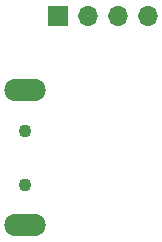
<source format=gbs>
G04 #@! TF.GenerationSoftware,KiCad,Pcbnew,5.1.10*
G04 #@! TF.CreationDate,2021-09-07T22:45:51+08:00*
G04 #@! TF.ProjectId,nypx06,6e797078-3036-42e6-9b69-6361645f7063,rev?*
G04 #@! TF.SameCoordinates,Original*
G04 #@! TF.FileFunction,Soldermask,Bot*
G04 #@! TF.FilePolarity,Negative*
%FSLAX46Y46*%
G04 Gerber Fmt 4.6, Leading zero omitted, Abs format (unit mm)*
G04 Created by KiCad (PCBNEW 5.1.10) date 2021-09-07 22:45:51*
%MOMM*%
%LPD*%
G01*
G04 APERTURE LIST*
%ADD10C,1.100000*%
%ADD11O,3.500000X1.900000*%
%ADD12O,1.700000X1.700000*%
%ADD13R,1.700000X1.700000*%
G04 APERTURE END LIST*
D10*
X102900000Y-132700000D03*
X102900000Y-137300000D03*
D11*
X102900000Y-129300000D03*
X102900000Y-140700000D03*
D12*
X113340000Y-123000000D03*
X110800000Y-123000000D03*
X108260000Y-123000000D03*
D13*
X105720000Y-123000000D03*
M02*

</source>
